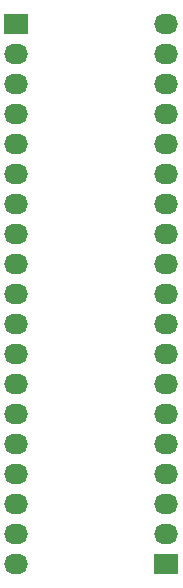
<source format=gbs>
G04 #@! TF.FileFunction,Soldermask,Bot*
%FSLAX46Y46*%
G04 Gerber Fmt 4.6, Leading zero omitted, Abs format (unit mm)*
G04 Created by KiCad (PCBNEW (2015-02-18 BZR 5431)-product) date Fri Feb 20 23:15:30 2015*
%MOMM*%
G01*
G04 APERTURE LIST*
%ADD10C,0.100000*%
%ADD11R,2.032000X1.727200*%
%ADD12O,2.032000X1.727200*%
G04 APERTURE END LIST*
D10*
D11*
X100584000Y-96329500D03*
D12*
X100584000Y-98869500D03*
X100584000Y-101409500D03*
X100584000Y-103949500D03*
X100584000Y-106489500D03*
X100584000Y-109029500D03*
X100584000Y-111569500D03*
X100584000Y-114109500D03*
X100584000Y-116649500D03*
X100584000Y-119189500D03*
X100584000Y-121729500D03*
X100584000Y-124269500D03*
X100584000Y-126809500D03*
X100584000Y-129349500D03*
X100584000Y-131889500D03*
X100584000Y-134429500D03*
X100584000Y-136969500D03*
X100584000Y-139509500D03*
X100584000Y-142049500D03*
D11*
X113284000Y-142049500D03*
D12*
X113284000Y-139509500D03*
X113284000Y-136969500D03*
X113284000Y-134429500D03*
X113284000Y-131889500D03*
X113284000Y-129349500D03*
X113284000Y-126809500D03*
X113284000Y-124269500D03*
X113284000Y-121729500D03*
X113284000Y-119189500D03*
X113284000Y-116649500D03*
X113284000Y-114109500D03*
X113284000Y-111569500D03*
X113284000Y-109029500D03*
X113284000Y-106489500D03*
X113284000Y-103949500D03*
X113284000Y-101409500D03*
X113284000Y-98869500D03*
X113284000Y-96329500D03*
M02*

</source>
